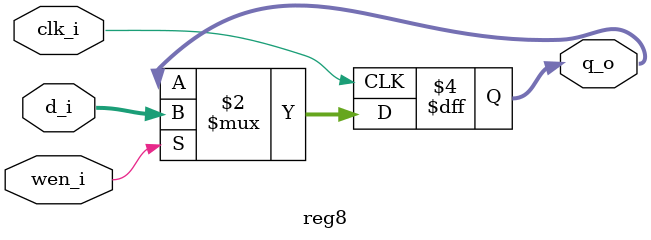
<source format=v>
/* 8-bit register */

module reg8(
  input clk_i,
  input wen_i,
  input [7:0] d_i,
  output reg [7:0] q_o
);

  always @(posedge clk_i) begin
    if (wen_i) begin
      q_o <= d_i;
    end
  end

endmodule

</source>
